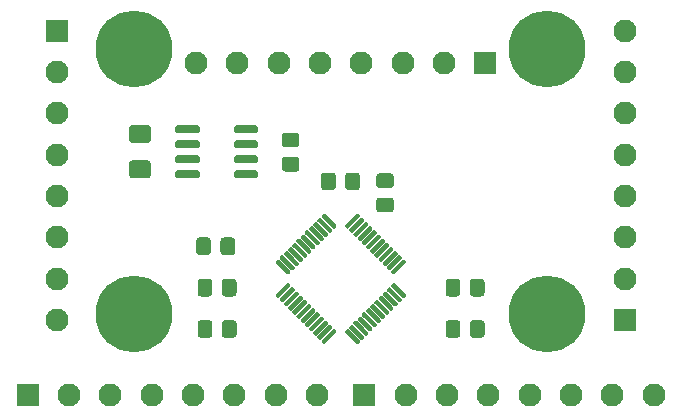
<source format=gbr>
%TF.GenerationSoftware,KiCad,Pcbnew,(5.1.6)-1*%
%TF.CreationDate,2021-05-26T21:04:48-04:00*%
%TF.ProjectId,spidey_sense,73706964-6579-45f7-9365-6e73652e6b69,rev?*%
%TF.SameCoordinates,Original*%
%TF.FileFunction,Soldermask,Top*%
%TF.FilePolarity,Negative*%
%FSLAX46Y46*%
G04 Gerber Fmt 4.6, Leading zero omitted, Abs format (unit mm)*
G04 Created by KiCad (PCBNEW (5.1.6)-1) date 2021-05-26 21:04:48*
%MOMM*%
%LPD*%
G01*
G04 APERTURE LIST*
%ADD10C,0.900000*%
%ADD11C,6.500000*%
%ADD12C,1.950000*%
%ADD13R,1.950000X1.950000*%
G04 APERTURE END LIST*
%TO.C,U1*%
G36*
G01*
X125121231Y-107456839D02*
X126093502Y-106484566D01*
G75*
G02*
X126234924Y-106484566I70711J-70711D01*
G01*
X126376346Y-106625988D01*
G75*
G02*
X126376346Y-106767410I-70711J-70711D01*
G01*
X125404074Y-107739682D01*
G75*
G02*
X125262652Y-107739682I-70711J70711D01*
G01*
X125121230Y-107598260D01*
G75*
G02*
X125121230Y-107456838I70711J70711D01*
G01*
G37*
G36*
G01*
X125474785Y-107810393D02*
X126447056Y-106838120D01*
G75*
G02*
X126588478Y-106838120I70711J-70711D01*
G01*
X126729900Y-106979542D01*
G75*
G02*
X126729900Y-107120964I-70711J-70711D01*
G01*
X125757628Y-108093236D01*
G75*
G02*
X125616206Y-108093236I-70711J70711D01*
G01*
X125474784Y-107951814D01*
G75*
G02*
X125474784Y-107810392I70711J70711D01*
G01*
G37*
G36*
G01*
X125828338Y-108163946D02*
X126800609Y-107191673D01*
G75*
G02*
X126942031Y-107191673I70711J-70711D01*
G01*
X127083453Y-107333095D01*
G75*
G02*
X127083453Y-107474517I-70711J-70711D01*
G01*
X126111181Y-108446789D01*
G75*
G02*
X125969759Y-108446789I-70711J70711D01*
G01*
X125828337Y-108305367D01*
G75*
G02*
X125828337Y-108163945I70711J70711D01*
G01*
G37*
G36*
G01*
X126181892Y-108517500D02*
X127154163Y-107545227D01*
G75*
G02*
X127295585Y-107545227I70711J-70711D01*
G01*
X127437007Y-107686649D01*
G75*
G02*
X127437007Y-107828071I-70711J-70711D01*
G01*
X126464735Y-108800343D01*
G75*
G02*
X126323313Y-108800343I-70711J70711D01*
G01*
X126181891Y-108658921D01*
G75*
G02*
X126181891Y-108517499I70711J70711D01*
G01*
G37*
G36*
G01*
X126535445Y-108871053D02*
X127507716Y-107898780D01*
G75*
G02*
X127649138Y-107898780I70711J-70711D01*
G01*
X127790560Y-108040202D01*
G75*
G02*
X127790560Y-108181624I-70711J-70711D01*
G01*
X126818288Y-109153896D01*
G75*
G02*
X126676866Y-109153896I-70711J70711D01*
G01*
X126535444Y-109012474D01*
G75*
G02*
X126535444Y-108871052I70711J70711D01*
G01*
G37*
G36*
G01*
X126888998Y-109224606D02*
X127861269Y-108252333D01*
G75*
G02*
X128002691Y-108252333I70711J-70711D01*
G01*
X128144113Y-108393755D01*
G75*
G02*
X128144113Y-108535177I-70711J-70711D01*
G01*
X127171841Y-109507449D01*
G75*
G02*
X127030419Y-109507449I-70711J70711D01*
G01*
X126888997Y-109366027D01*
G75*
G02*
X126888997Y-109224605I70711J70711D01*
G01*
G37*
G36*
G01*
X127242552Y-109578160D02*
X128214823Y-108605887D01*
G75*
G02*
X128356245Y-108605887I70711J-70711D01*
G01*
X128497667Y-108747309D01*
G75*
G02*
X128497667Y-108888731I-70711J-70711D01*
G01*
X127525395Y-109861003D01*
G75*
G02*
X127383973Y-109861003I-70711J70711D01*
G01*
X127242551Y-109719581D01*
G75*
G02*
X127242551Y-109578159I70711J70711D01*
G01*
G37*
G36*
G01*
X127596105Y-109931713D02*
X128568376Y-108959440D01*
G75*
G02*
X128709798Y-108959440I70711J-70711D01*
G01*
X128851220Y-109100862D01*
G75*
G02*
X128851220Y-109242284I-70711J-70711D01*
G01*
X127878948Y-110214556D01*
G75*
G02*
X127737526Y-110214556I-70711J70711D01*
G01*
X127596104Y-110073134D01*
G75*
G02*
X127596104Y-109931712I70711J70711D01*
G01*
G37*
G36*
G01*
X127949658Y-110285266D02*
X128921929Y-109312993D01*
G75*
G02*
X129063351Y-109312993I70711J-70711D01*
G01*
X129204773Y-109454415D01*
G75*
G02*
X129204773Y-109595837I-70711J-70711D01*
G01*
X128232501Y-110568109D01*
G75*
G02*
X128091079Y-110568109I-70711J70711D01*
G01*
X127949657Y-110426687D01*
G75*
G02*
X127949657Y-110285265I70711J70711D01*
G01*
G37*
G36*
G01*
X128303212Y-110638820D02*
X129275483Y-109666547D01*
G75*
G02*
X129416905Y-109666547I70711J-70711D01*
G01*
X129558327Y-109807969D01*
G75*
G02*
X129558327Y-109949391I-70711J-70711D01*
G01*
X128586055Y-110921663D01*
G75*
G02*
X128444633Y-110921663I-70711J70711D01*
G01*
X128303211Y-110780241D01*
G75*
G02*
X128303211Y-110638819I70711J70711D01*
G01*
G37*
G36*
G01*
X128656765Y-110992373D02*
X129629036Y-110020100D01*
G75*
G02*
X129770458Y-110020100I70711J-70711D01*
G01*
X129911880Y-110161522D01*
G75*
G02*
X129911880Y-110302944I-70711J-70711D01*
G01*
X128939608Y-111275216D01*
G75*
G02*
X128798186Y-111275216I-70711J70711D01*
G01*
X128656764Y-111133794D01*
G75*
G02*
X128656764Y-110992372I70711J70711D01*
G01*
G37*
G36*
G01*
X129010319Y-111345927D02*
X129982590Y-110373654D01*
G75*
G02*
X130124012Y-110373654I70711J-70711D01*
G01*
X130265434Y-110515076D01*
G75*
G02*
X130265434Y-110656498I-70711J-70711D01*
G01*
X129293162Y-111628770D01*
G75*
G02*
X129151740Y-111628770I-70711J70711D01*
G01*
X129010318Y-111487348D01*
G75*
G02*
X129010318Y-111345926I70711J70711D01*
G01*
G37*
G36*
G01*
X129010319Y-112512652D02*
X129151740Y-112371230D01*
G75*
G02*
X129293162Y-112371230I70711J-70711D01*
G01*
X130265434Y-113343502D01*
G75*
G02*
X130265434Y-113484924I-70711J-70711D01*
G01*
X130124012Y-113626346D01*
G75*
G02*
X129982590Y-113626346I-70711J70711D01*
G01*
X129010318Y-112654074D01*
G75*
G02*
X129010318Y-112512652I70711J70711D01*
G01*
G37*
G36*
G01*
X128656765Y-112866206D02*
X128798186Y-112724784D01*
G75*
G02*
X128939608Y-112724784I70711J-70711D01*
G01*
X129911880Y-113697056D01*
G75*
G02*
X129911880Y-113838478I-70711J-70711D01*
G01*
X129770458Y-113979900D01*
G75*
G02*
X129629036Y-113979900I-70711J70711D01*
G01*
X128656764Y-113007628D01*
G75*
G02*
X128656764Y-112866206I70711J70711D01*
G01*
G37*
G36*
G01*
X128303212Y-113219759D02*
X128444633Y-113078337D01*
G75*
G02*
X128586055Y-113078337I70711J-70711D01*
G01*
X129558327Y-114050609D01*
G75*
G02*
X129558327Y-114192031I-70711J-70711D01*
G01*
X129416905Y-114333453D01*
G75*
G02*
X129275483Y-114333453I-70711J70711D01*
G01*
X128303211Y-113361181D01*
G75*
G02*
X128303211Y-113219759I70711J70711D01*
G01*
G37*
G36*
G01*
X127949658Y-113573313D02*
X128091079Y-113431891D01*
G75*
G02*
X128232501Y-113431891I70711J-70711D01*
G01*
X129204773Y-114404163D01*
G75*
G02*
X129204773Y-114545585I-70711J-70711D01*
G01*
X129063351Y-114687007D01*
G75*
G02*
X128921929Y-114687007I-70711J70711D01*
G01*
X127949657Y-113714735D01*
G75*
G02*
X127949657Y-113573313I70711J70711D01*
G01*
G37*
G36*
G01*
X127596105Y-113926866D02*
X127737526Y-113785444D01*
G75*
G02*
X127878948Y-113785444I70711J-70711D01*
G01*
X128851220Y-114757716D01*
G75*
G02*
X128851220Y-114899138I-70711J-70711D01*
G01*
X128709798Y-115040560D01*
G75*
G02*
X128568376Y-115040560I-70711J70711D01*
G01*
X127596104Y-114068288D01*
G75*
G02*
X127596104Y-113926866I70711J70711D01*
G01*
G37*
G36*
G01*
X127242552Y-114280419D02*
X127383973Y-114138997D01*
G75*
G02*
X127525395Y-114138997I70711J-70711D01*
G01*
X128497667Y-115111269D01*
G75*
G02*
X128497667Y-115252691I-70711J-70711D01*
G01*
X128356245Y-115394113D01*
G75*
G02*
X128214823Y-115394113I-70711J70711D01*
G01*
X127242551Y-114421841D01*
G75*
G02*
X127242551Y-114280419I70711J70711D01*
G01*
G37*
G36*
G01*
X126888998Y-114633973D02*
X127030419Y-114492551D01*
G75*
G02*
X127171841Y-114492551I70711J-70711D01*
G01*
X128144113Y-115464823D01*
G75*
G02*
X128144113Y-115606245I-70711J-70711D01*
G01*
X128002691Y-115747667D01*
G75*
G02*
X127861269Y-115747667I-70711J70711D01*
G01*
X126888997Y-114775395D01*
G75*
G02*
X126888997Y-114633973I70711J70711D01*
G01*
G37*
G36*
G01*
X126535445Y-114987526D02*
X126676866Y-114846104D01*
G75*
G02*
X126818288Y-114846104I70711J-70711D01*
G01*
X127790560Y-115818376D01*
G75*
G02*
X127790560Y-115959798I-70711J-70711D01*
G01*
X127649138Y-116101220D01*
G75*
G02*
X127507716Y-116101220I-70711J70711D01*
G01*
X126535444Y-115128948D01*
G75*
G02*
X126535444Y-114987526I70711J70711D01*
G01*
G37*
G36*
G01*
X126181892Y-115341079D02*
X126323313Y-115199657D01*
G75*
G02*
X126464735Y-115199657I70711J-70711D01*
G01*
X127437007Y-116171929D01*
G75*
G02*
X127437007Y-116313351I-70711J-70711D01*
G01*
X127295585Y-116454773D01*
G75*
G02*
X127154163Y-116454773I-70711J70711D01*
G01*
X126181891Y-115482501D01*
G75*
G02*
X126181891Y-115341079I70711J70711D01*
G01*
G37*
G36*
G01*
X125828338Y-115694633D02*
X125969759Y-115553211D01*
G75*
G02*
X126111181Y-115553211I70711J-70711D01*
G01*
X127083453Y-116525483D01*
G75*
G02*
X127083453Y-116666905I-70711J-70711D01*
G01*
X126942031Y-116808327D01*
G75*
G02*
X126800609Y-116808327I-70711J70711D01*
G01*
X125828337Y-115836055D01*
G75*
G02*
X125828337Y-115694633I70711J70711D01*
G01*
G37*
G36*
G01*
X125474785Y-116048186D02*
X125616206Y-115906764D01*
G75*
G02*
X125757628Y-115906764I70711J-70711D01*
G01*
X126729900Y-116879036D01*
G75*
G02*
X126729900Y-117020458I-70711J-70711D01*
G01*
X126588478Y-117161880D01*
G75*
G02*
X126447056Y-117161880I-70711J70711D01*
G01*
X125474784Y-116189608D01*
G75*
G02*
X125474784Y-116048186I70711J70711D01*
G01*
G37*
G36*
G01*
X125121231Y-116401740D02*
X125262652Y-116260318D01*
G75*
G02*
X125404074Y-116260318I70711J-70711D01*
G01*
X126376346Y-117232590D01*
G75*
G02*
X126376346Y-117374012I-70711J-70711D01*
G01*
X126234924Y-117515434D01*
G75*
G02*
X126093502Y-117515434I-70711J70711D01*
G01*
X125121230Y-116543162D01*
G75*
G02*
X125121230Y-116401740I70711J70711D01*
G01*
G37*
G36*
G01*
X123123655Y-117232591D02*
X124095926Y-116260318D01*
G75*
G02*
X124237348Y-116260318I70711J-70711D01*
G01*
X124378770Y-116401740D01*
G75*
G02*
X124378770Y-116543162I-70711J-70711D01*
G01*
X123406498Y-117515434D01*
G75*
G02*
X123265076Y-117515434I-70711J70711D01*
G01*
X123123654Y-117374012D01*
G75*
G02*
X123123654Y-117232590I70711J70711D01*
G01*
G37*
G36*
G01*
X122770101Y-116879037D02*
X123742372Y-115906764D01*
G75*
G02*
X123883794Y-115906764I70711J-70711D01*
G01*
X124025216Y-116048186D01*
G75*
G02*
X124025216Y-116189608I-70711J-70711D01*
G01*
X123052944Y-117161880D01*
G75*
G02*
X122911522Y-117161880I-70711J70711D01*
G01*
X122770100Y-117020458D01*
G75*
G02*
X122770100Y-116879036I70711J70711D01*
G01*
G37*
G36*
G01*
X122416548Y-116525484D02*
X123388819Y-115553211D01*
G75*
G02*
X123530241Y-115553211I70711J-70711D01*
G01*
X123671663Y-115694633D01*
G75*
G02*
X123671663Y-115836055I-70711J-70711D01*
G01*
X122699391Y-116808327D01*
G75*
G02*
X122557969Y-116808327I-70711J70711D01*
G01*
X122416547Y-116666905D01*
G75*
G02*
X122416547Y-116525483I70711J70711D01*
G01*
G37*
G36*
G01*
X122062994Y-116171930D02*
X123035265Y-115199657D01*
G75*
G02*
X123176687Y-115199657I70711J-70711D01*
G01*
X123318109Y-115341079D01*
G75*
G02*
X123318109Y-115482501I-70711J-70711D01*
G01*
X122345837Y-116454773D01*
G75*
G02*
X122204415Y-116454773I-70711J70711D01*
G01*
X122062993Y-116313351D01*
G75*
G02*
X122062993Y-116171929I70711J70711D01*
G01*
G37*
G36*
G01*
X121709441Y-115818377D02*
X122681712Y-114846104D01*
G75*
G02*
X122823134Y-114846104I70711J-70711D01*
G01*
X122964556Y-114987526D01*
G75*
G02*
X122964556Y-115128948I-70711J-70711D01*
G01*
X121992284Y-116101220D01*
G75*
G02*
X121850862Y-116101220I-70711J70711D01*
G01*
X121709440Y-115959798D01*
G75*
G02*
X121709440Y-115818376I70711J70711D01*
G01*
G37*
G36*
G01*
X121355888Y-115464824D02*
X122328159Y-114492551D01*
G75*
G02*
X122469581Y-114492551I70711J-70711D01*
G01*
X122611003Y-114633973D01*
G75*
G02*
X122611003Y-114775395I-70711J-70711D01*
G01*
X121638731Y-115747667D01*
G75*
G02*
X121497309Y-115747667I-70711J70711D01*
G01*
X121355887Y-115606245D01*
G75*
G02*
X121355887Y-115464823I70711J70711D01*
G01*
G37*
G36*
G01*
X121002334Y-115111270D02*
X121974605Y-114138997D01*
G75*
G02*
X122116027Y-114138997I70711J-70711D01*
G01*
X122257449Y-114280419D01*
G75*
G02*
X122257449Y-114421841I-70711J-70711D01*
G01*
X121285177Y-115394113D01*
G75*
G02*
X121143755Y-115394113I-70711J70711D01*
G01*
X121002333Y-115252691D01*
G75*
G02*
X121002333Y-115111269I70711J70711D01*
G01*
G37*
G36*
G01*
X120648781Y-114757717D02*
X121621052Y-113785444D01*
G75*
G02*
X121762474Y-113785444I70711J-70711D01*
G01*
X121903896Y-113926866D01*
G75*
G02*
X121903896Y-114068288I-70711J-70711D01*
G01*
X120931624Y-115040560D01*
G75*
G02*
X120790202Y-115040560I-70711J70711D01*
G01*
X120648780Y-114899138D01*
G75*
G02*
X120648780Y-114757716I70711J70711D01*
G01*
G37*
G36*
G01*
X120295228Y-114404164D02*
X121267499Y-113431891D01*
G75*
G02*
X121408921Y-113431891I70711J-70711D01*
G01*
X121550343Y-113573313D01*
G75*
G02*
X121550343Y-113714735I-70711J-70711D01*
G01*
X120578071Y-114687007D01*
G75*
G02*
X120436649Y-114687007I-70711J70711D01*
G01*
X120295227Y-114545585D01*
G75*
G02*
X120295227Y-114404163I70711J70711D01*
G01*
G37*
G36*
G01*
X119941674Y-114050610D02*
X120913945Y-113078337D01*
G75*
G02*
X121055367Y-113078337I70711J-70711D01*
G01*
X121196789Y-113219759D01*
G75*
G02*
X121196789Y-113361181I-70711J-70711D01*
G01*
X120224517Y-114333453D01*
G75*
G02*
X120083095Y-114333453I-70711J70711D01*
G01*
X119941673Y-114192031D01*
G75*
G02*
X119941673Y-114050609I70711J70711D01*
G01*
G37*
G36*
G01*
X119588121Y-113697057D02*
X120560392Y-112724784D01*
G75*
G02*
X120701814Y-112724784I70711J-70711D01*
G01*
X120843236Y-112866206D01*
G75*
G02*
X120843236Y-113007628I-70711J-70711D01*
G01*
X119870964Y-113979900D01*
G75*
G02*
X119729542Y-113979900I-70711J70711D01*
G01*
X119588120Y-113838478D01*
G75*
G02*
X119588120Y-113697056I70711J70711D01*
G01*
G37*
G36*
G01*
X119234567Y-113343503D02*
X120206838Y-112371230D01*
G75*
G02*
X120348260Y-112371230I70711J-70711D01*
G01*
X120489682Y-112512652D01*
G75*
G02*
X120489682Y-112654074I-70711J-70711D01*
G01*
X119517410Y-113626346D01*
G75*
G02*
X119375988Y-113626346I-70711J70711D01*
G01*
X119234566Y-113484924D01*
G75*
G02*
X119234566Y-113343502I70711J70711D01*
G01*
G37*
G36*
G01*
X119234567Y-110515076D02*
X119375988Y-110373654D01*
G75*
G02*
X119517410Y-110373654I70711J-70711D01*
G01*
X120489682Y-111345926D01*
G75*
G02*
X120489682Y-111487348I-70711J-70711D01*
G01*
X120348260Y-111628770D01*
G75*
G02*
X120206838Y-111628770I-70711J70711D01*
G01*
X119234566Y-110656498D01*
G75*
G02*
X119234566Y-110515076I70711J70711D01*
G01*
G37*
G36*
G01*
X119588121Y-110161522D02*
X119729542Y-110020100D01*
G75*
G02*
X119870964Y-110020100I70711J-70711D01*
G01*
X120843236Y-110992372D01*
G75*
G02*
X120843236Y-111133794I-70711J-70711D01*
G01*
X120701814Y-111275216D01*
G75*
G02*
X120560392Y-111275216I-70711J70711D01*
G01*
X119588120Y-110302944D01*
G75*
G02*
X119588120Y-110161522I70711J70711D01*
G01*
G37*
G36*
G01*
X119941674Y-109807969D02*
X120083095Y-109666547D01*
G75*
G02*
X120224517Y-109666547I70711J-70711D01*
G01*
X121196789Y-110638819D01*
G75*
G02*
X121196789Y-110780241I-70711J-70711D01*
G01*
X121055367Y-110921663D01*
G75*
G02*
X120913945Y-110921663I-70711J70711D01*
G01*
X119941673Y-109949391D01*
G75*
G02*
X119941673Y-109807969I70711J70711D01*
G01*
G37*
G36*
G01*
X120295228Y-109454415D02*
X120436649Y-109312993D01*
G75*
G02*
X120578071Y-109312993I70711J-70711D01*
G01*
X121550343Y-110285265D01*
G75*
G02*
X121550343Y-110426687I-70711J-70711D01*
G01*
X121408921Y-110568109D01*
G75*
G02*
X121267499Y-110568109I-70711J70711D01*
G01*
X120295227Y-109595837D01*
G75*
G02*
X120295227Y-109454415I70711J70711D01*
G01*
G37*
G36*
G01*
X120648781Y-109100862D02*
X120790202Y-108959440D01*
G75*
G02*
X120931624Y-108959440I70711J-70711D01*
G01*
X121903896Y-109931712D01*
G75*
G02*
X121903896Y-110073134I-70711J-70711D01*
G01*
X121762474Y-110214556D01*
G75*
G02*
X121621052Y-110214556I-70711J70711D01*
G01*
X120648780Y-109242284D01*
G75*
G02*
X120648780Y-109100862I70711J70711D01*
G01*
G37*
G36*
G01*
X121002334Y-108747309D02*
X121143755Y-108605887D01*
G75*
G02*
X121285177Y-108605887I70711J-70711D01*
G01*
X122257449Y-109578159D01*
G75*
G02*
X122257449Y-109719581I-70711J-70711D01*
G01*
X122116027Y-109861003D01*
G75*
G02*
X121974605Y-109861003I-70711J70711D01*
G01*
X121002333Y-108888731D01*
G75*
G02*
X121002333Y-108747309I70711J70711D01*
G01*
G37*
G36*
G01*
X121355888Y-108393755D02*
X121497309Y-108252333D01*
G75*
G02*
X121638731Y-108252333I70711J-70711D01*
G01*
X122611003Y-109224605D01*
G75*
G02*
X122611003Y-109366027I-70711J-70711D01*
G01*
X122469581Y-109507449D01*
G75*
G02*
X122328159Y-109507449I-70711J70711D01*
G01*
X121355887Y-108535177D01*
G75*
G02*
X121355887Y-108393755I70711J70711D01*
G01*
G37*
G36*
G01*
X121709441Y-108040202D02*
X121850862Y-107898780D01*
G75*
G02*
X121992284Y-107898780I70711J-70711D01*
G01*
X122964556Y-108871052D01*
G75*
G02*
X122964556Y-109012474I-70711J-70711D01*
G01*
X122823134Y-109153896D01*
G75*
G02*
X122681712Y-109153896I-70711J70711D01*
G01*
X121709440Y-108181624D01*
G75*
G02*
X121709440Y-108040202I70711J70711D01*
G01*
G37*
G36*
G01*
X122062994Y-107686649D02*
X122204415Y-107545227D01*
G75*
G02*
X122345837Y-107545227I70711J-70711D01*
G01*
X123318109Y-108517499D01*
G75*
G02*
X123318109Y-108658921I-70711J-70711D01*
G01*
X123176687Y-108800343D01*
G75*
G02*
X123035265Y-108800343I-70711J70711D01*
G01*
X122062993Y-107828071D01*
G75*
G02*
X122062993Y-107686649I70711J70711D01*
G01*
G37*
G36*
G01*
X122416548Y-107333095D02*
X122557969Y-107191673D01*
G75*
G02*
X122699391Y-107191673I70711J-70711D01*
G01*
X123671663Y-108163945D01*
G75*
G02*
X123671663Y-108305367I-70711J-70711D01*
G01*
X123530241Y-108446789D01*
G75*
G02*
X123388819Y-108446789I-70711J70711D01*
G01*
X122416547Y-107474517D01*
G75*
G02*
X122416547Y-107333095I70711J70711D01*
G01*
G37*
G36*
G01*
X122770101Y-106979542D02*
X122911522Y-106838120D01*
G75*
G02*
X123052944Y-106838120I70711J-70711D01*
G01*
X124025216Y-107810392D01*
G75*
G02*
X124025216Y-107951814I-70711J-70711D01*
G01*
X123883794Y-108093236D01*
G75*
G02*
X123742372Y-108093236I-70711J70711D01*
G01*
X122770100Y-107120964D01*
G75*
G02*
X122770100Y-106979542I70711J70711D01*
G01*
G37*
G36*
G01*
X123123655Y-106625988D02*
X123265076Y-106484566D01*
G75*
G02*
X123406498Y-106484566I70711J-70711D01*
G01*
X124378770Y-107456838D01*
G75*
G02*
X124378770Y-107598260I-70711J-70711D01*
G01*
X124237348Y-107739682D01*
G75*
G02*
X124095926Y-107739682I-70711J70711D01*
G01*
X123123654Y-106767410D01*
G75*
G02*
X123123654Y-106625988I70711J70711D01*
G01*
G37*
%TD*%
D10*
%TO.C,REF\u002A\u002A*%
X143947056Y-113302944D03*
X142250000Y-112600000D03*
X140552944Y-113302944D03*
X139850000Y-115000000D03*
X140552944Y-116697056D03*
X142250000Y-117400000D03*
X143947056Y-116697056D03*
X144650000Y-115000000D03*
D11*
X142250000Y-115000000D03*
%TD*%
D10*
%TO.C,REF\u002A\u002A*%
X143947056Y-90802944D03*
X142250000Y-90100000D03*
X140552944Y-90802944D03*
X139850000Y-92500000D03*
X140552944Y-94197056D03*
X142250000Y-94900000D03*
X143947056Y-94197056D03*
X144650000Y-92500000D03*
D11*
X142250000Y-92500000D03*
%TD*%
D10*
%TO.C,REF\u002A\u002A*%
X108947056Y-90802944D03*
X107250000Y-90100000D03*
X105552944Y-90802944D03*
X104850000Y-92500000D03*
X105552944Y-94197056D03*
X107250000Y-94900000D03*
X108947056Y-94197056D03*
X109650000Y-92500000D03*
D11*
X107250000Y-92500000D03*
%TD*%
D10*
%TO.C,REF\u002A\u002A*%
X108947056Y-113302944D03*
X107250000Y-112600000D03*
X105552944Y-113302944D03*
X104850000Y-115000000D03*
X105552944Y-116697056D03*
X107250000Y-117400000D03*
X108947056Y-116697056D03*
X109650000Y-115000000D03*
D11*
X107250000Y-115000000D03*
%TD*%
D12*
%TO.C,J5*%
X148800000Y-91000000D03*
X148800000Y-94500000D03*
X148800000Y-98000000D03*
X148800000Y-101500000D03*
X148800000Y-105000000D03*
X148800000Y-108500000D03*
X148800000Y-112000000D03*
D13*
X148800000Y-115500000D03*
%TD*%
D12*
%TO.C,J4*%
X151250000Y-121800000D03*
X147750000Y-121800000D03*
X144250000Y-121800000D03*
X140750000Y-121800000D03*
X137250000Y-121800000D03*
X133750000Y-121800000D03*
X130250000Y-121800000D03*
D13*
X126750000Y-121800000D03*
%TD*%
D12*
%TO.C,J3*%
X122750000Y-121800000D03*
X119250000Y-121800000D03*
X115750000Y-121800000D03*
X112250000Y-121800000D03*
X108750000Y-121800000D03*
X105250000Y-121800000D03*
X101750000Y-121800000D03*
D13*
X98250000Y-121800000D03*
%TD*%
D12*
%TO.C,J2*%
X100700000Y-115500000D03*
X100700000Y-112000000D03*
X100700000Y-108500000D03*
X100700000Y-105000000D03*
X100700000Y-101500000D03*
X100700000Y-98000000D03*
X100700000Y-94500000D03*
D13*
X100700000Y-91000000D03*
%TD*%
D12*
%TO.C,J1*%
X112500000Y-93700000D03*
X116000000Y-93700000D03*
X119500000Y-93700000D03*
X123000000Y-93700000D03*
X126500000Y-93700000D03*
X130000000Y-93700000D03*
X133500000Y-93700000D03*
D13*
X137000000Y-93700000D03*
%TD*%
%TO.C,U2*%
G36*
G01*
X115700000Y-99520000D02*
X115700000Y-99170000D01*
G75*
G02*
X115875000Y-98995000I175000J0D01*
G01*
X117575000Y-98995000D01*
G75*
G02*
X117750000Y-99170000I0J-175000D01*
G01*
X117750000Y-99520000D01*
G75*
G02*
X117575000Y-99695000I-175000J0D01*
G01*
X115875000Y-99695000D01*
G75*
G02*
X115700000Y-99520000I0J175000D01*
G01*
G37*
G36*
G01*
X115700000Y-100790000D02*
X115700000Y-100440000D01*
G75*
G02*
X115875000Y-100265000I175000J0D01*
G01*
X117575000Y-100265000D01*
G75*
G02*
X117750000Y-100440000I0J-175000D01*
G01*
X117750000Y-100790000D01*
G75*
G02*
X117575000Y-100965000I-175000J0D01*
G01*
X115875000Y-100965000D01*
G75*
G02*
X115700000Y-100790000I0J175000D01*
G01*
G37*
G36*
G01*
X115700000Y-102060000D02*
X115700000Y-101710000D01*
G75*
G02*
X115875000Y-101535000I175000J0D01*
G01*
X117575000Y-101535000D01*
G75*
G02*
X117750000Y-101710000I0J-175000D01*
G01*
X117750000Y-102060000D01*
G75*
G02*
X117575000Y-102235000I-175000J0D01*
G01*
X115875000Y-102235000D01*
G75*
G02*
X115700000Y-102060000I0J175000D01*
G01*
G37*
G36*
G01*
X115700000Y-103330000D02*
X115700000Y-102980000D01*
G75*
G02*
X115875000Y-102805000I175000J0D01*
G01*
X117575000Y-102805000D01*
G75*
G02*
X117750000Y-102980000I0J-175000D01*
G01*
X117750000Y-103330000D01*
G75*
G02*
X117575000Y-103505000I-175000J0D01*
G01*
X115875000Y-103505000D01*
G75*
G02*
X115700000Y-103330000I0J175000D01*
G01*
G37*
G36*
G01*
X110750000Y-103330000D02*
X110750000Y-102980000D01*
G75*
G02*
X110925000Y-102805000I175000J0D01*
G01*
X112625000Y-102805000D01*
G75*
G02*
X112800000Y-102980000I0J-175000D01*
G01*
X112800000Y-103330000D01*
G75*
G02*
X112625000Y-103505000I-175000J0D01*
G01*
X110925000Y-103505000D01*
G75*
G02*
X110750000Y-103330000I0J175000D01*
G01*
G37*
G36*
G01*
X110750000Y-102060000D02*
X110750000Y-101710000D01*
G75*
G02*
X110925000Y-101535000I175000J0D01*
G01*
X112625000Y-101535000D01*
G75*
G02*
X112800000Y-101710000I0J-175000D01*
G01*
X112800000Y-102060000D01*
G75*
G02*
X112625000Y-102235000I-175000J0D01*
G01*
X110925000Y-102235000D01*
G75*
G02*
X110750000Y-102060000I0J175000D01*
G01*
G37*
G36*
G01*
X110750000Y-100790000D02*
X110750000Y-100440000D01*
G75*
G02*
X110925000Y-100265000I175000J0D01*
G01*
X112625000Y-100265000D01*
G75*
G02*
X112800000Y-100440000I0J-175000D01*
G01*
X112800000Y-100790000D01*
G75*
G02*
X112625000Y-100965000I-175000J0D01*
G01*
X110925000Y-100965000D01*
G75*
G02*
X110750000Y-100790000I0J175000D01*
G01*
G37*
G36*
G01*
X110750000Y-99520000D02*
X110750000Y-99170000D01*
G75*
G02*
X110925000Y-98995000I175000J0D01*
G01*
X112625000Y-98995000D01*
G75*
G02*
X112800000Y-99170000I0J-175000D01*
G01*
X112800000Y-99520000D01*
G75*
G02*
X112625000Y-99695000I-175000J0D01*
G01*
X110925000Y-99695000D01*
G75*
G02*
X110750000Y-99520000I0J175000D01*
G01*
G37*
%TD*%
%TO.C,R2*%
G36*
G01*
X114675000Y-116728262D02*
X114675000Y-115771738D01*
G75*
G02*
X114946738Y-115500000I271738J0D01*
G01*
X115653262Y-115500000D01*
G75*
G02*
X115925000Y-115771738I0J-271738D01*
G01*
X115925000Y-116728262D01*
G75*
G02*
X115653262Y-117000000I-271738J0D01*
G01*
X114946738Y-117000000D01*
G75*
G02*
X114675000Y-116728262I0J271738D01*
G01*
G37*
G36*
G01*
X112625000Y-116728262D02*
X112625000Y-115771738D01*
G75*
G02*
X112896738Y-115500000I271738J0D01*
G01*
X113603262Y-115500000D01*
G75*
G02*
X113875000Y-115771738I0J-271738D01*
G01*
X113875000Y-116728262D01*
G75*
G02*
X113603262Y-117000000I-271738J0D01*
G01*
X112896738Y-117000000D01*
G75*
G02*
X112625000Y-116728262I0J271738D01*
G01*
G37*
%TD*%
%TO.C,R1*%
G36*
G01*
X134875000Y-115771738D02*
X134875000Y-116728262D01*
G75*
G02*
X134603262Y-117000000I-271738J0D01*
G01*
X133896738Y-117000000D01*
G75*
G02*
X133625000Y-116728262I0J271738D01*
G01*
X133625000Y-115771738D01*
G75*
G02*
X133896738Y-115500000I271738J0D01*
G01*
X134603262Y-115500000D01*
G75*
G02*
X134875000Y-115771738I0J-271738D01*
G01*
G37*
G36*
G01*
X136925000Y-115771738D02*
X136925000Y-116728262D01*
G75*
G02*
X136653262Y-117000000I-271738J0D01*
G01*
X135946738Y-117000000D01*
G75*
G02*
X135675000Y-116728262I0J271738D01*
G01*
X135675000Y-115771738D01*
G75*
G02*
X135946738Y-115500000I271738J0D01*
G01*
X136653262Y-115500000D01*
G75*
G02*
X136925000Y-115771738I0J-271738D01*
G01*
G37*
%TD*%
%TO.C,C7*%
G36*
G01*
X107092544Y-101962500D02*
X108407456Y-101962500D01*
G75*
G02*
X108675000Y-102230044I0J-267544D01*
G01*
X108675000Y-103219956D01*
G75*
G02*
X108407456Y-103487500I-267544J0D01*
G01*
X107092544Y-103487500D01*
G75*
G02*
X106825000Y-103219956I0J267544D01*
G01*
X106825000Y-102230044D01*
G75*
G02*
X107092544Y-101962500I267544J0D01*
G01*
G37*
G36*
G01*
X107092544Y-98987500D02*
X108407456Y-98987500D01*
G75*
G02*
X108675000Y-99255044I0J-267544D01*
G01*
X108675000Y-100244956D01*
G75*
G02*
X108407456Y-100512500I-267544J0D01*
G01*
X107092544Y-100512500D01*
G75*
G02*
X106825000Y-100244956I0J267544D01*
G01*
X106825000Y-99255044D01*
G75*
G02*
X107092544Y-98987500I267544J0D01*
G01*
G37*
%TD*%
%TO.C,C6*%
G36*
G01*
X120021738Y-101675000D02*
X120978262Y-101675000D01*
G75*
G02*
X121250000Y-101946738I0J-271738D01*
G01*
X121250000Y-102653262D01*
G75*
G02*
X120978262Y-102925000I-271738J0D01*
G01*
X120021738Y-102925000D01*
G75*
G02*
X119750000Y-102653262I0J271738D01*
G01*
X119750000Y-101946738D01*
G75*
G02*
X120021738Y-101675000I271738J0D01*
G01*
G37*
G36*
G01*
X120021738Y-99625000D02*
X120978262Y-99625000D01*
G75*
G02*
X121250000Y-99896738I0J-271738D01*
G01*
X121250000Y-100603262D01*
G75*
G02*
X120978262Y-100875000I-271738J0D01*
G01*
X120021738Y-100875000D01*
G75*
G02*
X119750000Y-100603262I0J271738D01*
G01*
X119750000Y-99896738D01*
G75*
G02*
X120021738Y-99625000I271738J0D01*
G01*
G37*
%TD*%
%TO.C,C5*%
G36*
G01*
X128978262Y-104325000D02*
X128021738Y-104325000D01*
G75*
G02*
X127750000Y-104053262I0J271738D01*
G01*
X127750000Y-103346738D01*
G75*
G02*
X128021738Y-103075000I271738J0D01*
G01*
X128978262Y-103075000D01*
G75*
G02*
X129250000Y-103346738I0J-271738D01*
G01*
X129250000Y-104053262D01*
G75*
G02*
X128978262Y-104325000I-271738J0D01*
G01*
G37*
G36*
G01*
X128978262Y-106375000D02*
X128021738Y-106375000D01*
G75*
G02*
X127750000Y-106103262I0J271738D01*
G01*
X127750000Y-105396738D01*
G75*
G02*
X128021738Y-105125000I271738J0D01*
G01*
X128978262Y-105125000D01*
G75*
G02*
X129250000Y-105396738I0J-271738D01*
G01*
X129250000Y-106103262D01*
G75*
G02*
X128978262Y-106375000I-271738J0D01*
G01*
G37*
%TD*%
%TO.C,C4*%
G36*
G01*
X113875000Y-112271738D02*
X113875000Y-113228262D01*
G75*
G02*
X113603262Y-113500000I-271738J0D01*
G01*
X112896738Y-113500000D01*
G75*
G02*
X112625000Y-113228262I0J271738D01*
G01*
X112625000Y-112271738D01*
G75*
G02*
X112896738Y-112000000I271738J0D01*
G01*
X113603262Y-112000000D01*
G75*
G02*
X113875000Y-112271738I0J-271738D01*
G01*
G37*
G36*
G01*
X115925000Y-112271738D02*
X115925000Y-113228262D01*
G75*
G02*
X115653262Y-113500000I-271738J0D01*
G01*
X114946738Y-113500000D01*
G75*
G02*
X114675000Y-113228262I0J271738D01*
G01*
X114675000Y-112271738D01*
G75*
G02*
X114946738Y-112000000I271738J0D01*
G01*
X115653262Y-112000000D01*
G75*
G02*
X115925000Y-112271738I0J-271738D01*
G01*
G37*
%TD*%
%TO.C,C3*%
G36*
G01*
X113764000Y-108771738D02*
X113764000Y-109728262D01*
G75*
G02*
X113492262Y-110000000I-271738J0D01*
G01*
X112785738Y-110000000D01*
G75*
G02*
X112514000Y-109728262I0J271738D01*
G01*
X112514000Y-108771738D01*
G75*
G02*
X112785738Y-108500000I271738J0D01*
G01*
X113492262Y-108500000D01*
G75*
G02*
X113764000Y-108771738I0J-271738D01*
G01*
G37*
G36*
G01*
X115814000Y-108771738D02*
X115814000Y-109728262D01*
G75*
G02*
X115542262Y-110000000I-271738J0D01*
G01*
X114835738Y-110000000D01*
G75*
G02*
X114564000Y-109728262I0J271738D01*
G01*
X114564000Y-108771738D01*
G75*
G02*
X114835738Y-108500000I271738J0D01*
G01*
X115542262Y-108500000D01*
G75*
G02*
X115814000Y-108771738I0J-271738D01*
G01*
G37*
%TD*%
%TO.C,C2*%
G36*
G01*
X135675000Y-113228262D02*
X135675000Y-112271738D01*
G75*
G02*
X135946738Y-112000000I271738J0D01*
G01*
X136653262Y-112000000D01*
G75*
G02*
X136925000Y-112271738I0J-271738D01*
G01*
X136925000Y-113228262D01*
G75*
G02*
X136653262Y-113500000I-271738J0D01*
G01*
X135946738Y-113500000D01*
G75*
G02*
X135675000Y-113228262I0J271738D01*
G01*
G37*
G36*
G01*
X133625000Y-113228262D02*
X133625000Y-112271738D01*
G75*
G02*
X133896738Y-112000000I271738J0D01*
G01*
X134603262Y-112000000D01*
G75*
G02*
X134875000Y-112271738I0J-271738D01*
G01*
X134875000Y-113228262D01*
G75*
G02*
X134603262Y-113500000I-271738J0D01*
G01*
X133896738Y-113500000D01*
G75*
G02*
X133625000Y-113228262I0J271738D01*
G01*
G37*
%TD*%
%TO.C,C1*%
G36*
G01*
X125125000Y-104228262D02*
X125125000Y-103271738D01*
G75*
G02*
X125396738Y-103000000I271738J0D01*
G01*
X126103262Y-103000000D01*
G75*
G02*
X126375000Y-103271738I0J-271738D01*
G01*
X126375000Y-104228262D01*
G75*
G02*
X126103262Y-104500000I-271738J0D01*
G01*
X125396738Y-104500000D01*
G75*
G02*
X125125000Y-104228262I0J271738D01*
G01*
G37*
G36*
G01*
X123075000Y-104228262D02*
X123075000Y-103271738D01*
G75*
G02*
X123346738Y-103000000I271738J0D01*
G01*
X124053262Y-103000000D01*
G75*
G02*
X124325000Y-103271738I0J-271738D01*
G01*
X124325000Y-104228262D01*
G75*
G02*
X124053262Y-104500000I-271738J0D01*
G01*
X123346738Y-104500000D01*
G75*
G02*
X123075000Y-104228262I0J271738D01*
G01*
G37*
%TD*%
M02*

</source>
